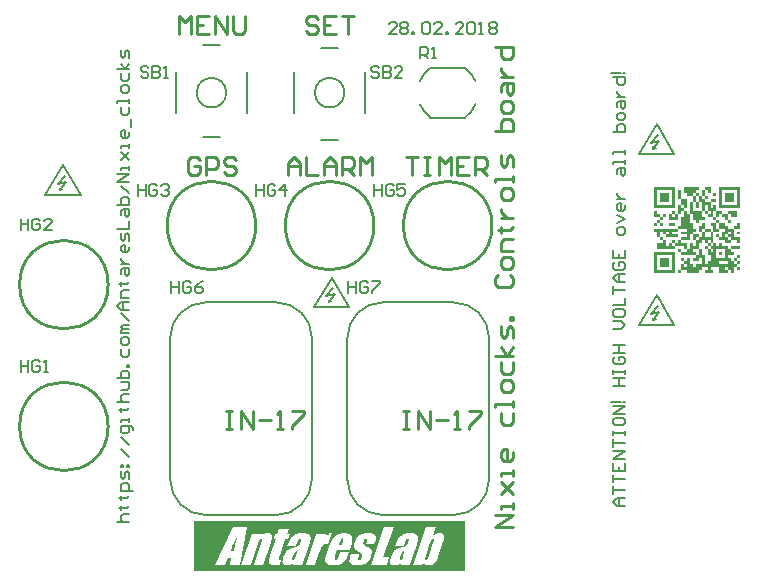
<source format=gto>
G04 Layer_Color=65535*
%FSAX43Y43*%
%MOMM*%
G71*
G01*
G75*
%ADD20C,0.254*%
%ADD21C,0.200*%
G36*
X-0009750Y0030000D02*
X-0010000D01*
Y0030250D01*
X-0009750D01*
Y0030000D01*
D02*
G37*
G36*
X-0009500Y0030250D02*
X-0009250D01*
Y0030000D01*
X-0009500D01*
Y0030250D01*
X-0009750D01*
Y0030500D01*
X-0009500D01*
Y0030250D01*
D02*
G37*
G36*
X-0004500D02*
X-0004000D01*
Y0030000D01*
X-0003750D01*
Y0029750D01*
X-0003250D01*
Y0029000D01*
X-0002750D01*
Y0028500D01*
X-0003000D01*
Y0028750D01*
X-0003500D01*
Y0029000D01*
X-0003750D01*
Y0029250D01*
X-0004000D01*
Y0029000D01*
X-0003750D01*
Y0028750D01*
X-0003500D01*
Y0028500D01*
X-0004000D01*
Y0028750D01*
X-0004500D01*
Y0029000D01*
X-0004750D01*
Y0029250D01*
X-0004500D01*
Y0029000D01*
X-0004250D01*
Y0029500D01*
X-0004000D01*
Y0029750D01*
X-0004500D01*
Y0029500D01*
X-0005000D01*
Y0030000D01*
X-0005250D01*
Y0030250D01*
X-0004750D01*
Y0029750D01*
X-0004500D01*
X-0004500Y0030250D01*
X-0004750D01*
Y0030500D01*
X-0004500D01*
Y0030250D01*
D02*
G37*
G36*
X-0002750Y0029750D02*
X-0003250D01*
Y0030000D01*
X-0003000D01*
Y0030250D01*
X-0002750D01*
Y0029750D01*
D02*
G37*
G36*
X-0006250Y0033000D02*
X-0006500D01*
Y0032750D01*
X-0006250D01*
Y0032500D01*
X-0006000D01*
Y0032250D01*
X-0005750D01*
Y0032000D01*
X-0005250D01*
Y0031500D01*
X-0005000D01*
Y0031750D01*
X-0004750D01*
Y0031250D01*
X-0004250D01*
Y0031000D01*
X-0003750D01*
Y0030500D01*
X-0003500D01*
Y0030250D01*
X-0003750D01*
Y0030500D01*
X-0004000D01*
Y0030750D01*
X-0004250D01*
Y0031000D01*
X-0004500D01*
Y0030750D01*
X-0004750D01*
Y0031250D01*
X-0005000D01*
Y0030750D01*
X-0004750D01*
Y0030500D01*
X-0005000D01*
Y0030750D01*
X-0005500D01*
Y0031000D01*
X-0005750D01*
Y0031250D01*
X-0006000D01*
X-0006000Y0032000D01*
X-0006250D01*
Y0032500D01*
X-0006500D01*
Y0032750D01*
X-0006750D01*
Y0032500D01*
X-0006500D01*
Y0032000D01*
X-0006250D01*
Y0031500D01*
X-0006500D01*
Y0032000D01*
X-0006750D01*
Y0032500D01*
X-0007250D01*
Y0032750D01*
X-0007500D01*
Y0033250D01*
X-0006250D01*
Y0033000D01*
D02*
G37*
G36*
X-0009750Y0031000D02*
X-0009500D01*
Y0030750D01*
X-0009250D01*
Y0030500D01*
X-0009500D01*
Y0030750D01*
X-0010000D01*
Y0031250D01*
X-0009750D01*
Y0031000D01*
D02*
G37*
G36*
X-0008250Y0030000D02*
X-0008750D01*
Y0030250D01*
X-0008250D01*
Y0030000D01*
D02*
G37*
G36*
X-0006750Y0031250D02*
X-0006000D01*
Y0030750D01*
X-0005750D01*
Y0030500D01*
X-0006250D01*
Y0030250D01*
X-0006500D01*
Y0030500D01*
X-0006750D01*
Y0031000D01*
X-0007000D01*
Y0032000D01*
X-0006750D01*
Y0031250D01*
D02*
G37*
G36*
X-0002750Y0027250D02*
X-0003000D01*
Y0027500D01*
X-0002750D01*
Y0027250D01*
D02*
G37*
G36*
X-0007750Y0026000D02*
X-0008000D01*
Y0026250D01*
X-0007750D01*
Y0026000D01*
D02*
G37*
G36*
X-0002750Y0026750D02*
X-0003000D01*
Y0027000D01*
X-0002750D01*
Y0026750D01*
D02*
G37*
G36*
X-0003000Y0027000D02*
X-0003250D01*
Y0027250D01*
X-0003000D01*
Y0027000D01*
D02*
G37*
G36*
X-0007750Y0031500D02*
X-0007500D01*
Y0031250D01*
X-0007250D01*
Y0031000D01*
X-0007000D01*
Y0030250D01*
X-0006750D01*
Y0029750D01*
X-0006500D01*
Y0029500D01*
X-0006750D01*
Y0029250D01*
X-0006250D01*
Y0029000D01*
X-0006000D01*
Y0029500D01*
X-0006250D01*
Y0030000D01*
X-0006000D01*
Y0030250D01*
X-0005750D01*
Y0029750D01*
X-0005250D01*
Y0029500D01*
X-0005000D01*
Y0028500D01*
X-0004750D01*
Y0028250D01*
X-0004500D01*
Y0028500D01*
X-0004250D01*
Y0028250D01*
X-0003750D01*
Y0028000D01*
X-0003500D01*
Y0027750D01*
X-0003250D01*
Y0027500D01*
X-0003750D01*
Y0027250D01*
X-0003500D01*
Y0027000D01*
X-0003250D01*
Y0026750D01*
X-0003000D01*
Y0026500D01*
X-0002750D01*
Y0026250D01*
X-0003000D01*
Y0026500D01*
X-0003250D01*
Y0026000D01*
X-0003500D01*
Y0026250D01*
X-0003750D01*
Y0026500D01*
X-0004000D01*
Y0026250D01*
X-0003750D01*
Y0026000D01*
X-0004500D01*
Y0026500D01*
X-0005250D01*
Y0026250D01*
X-0005000D01*
Y0026000D01*
X-0005750D01*
Y0026250D01*
X-0005500D01*
Y0026500D01*
X-0006000D01*
Y0026250D01*
X-0006250D01*
Y0026000D01*
X-0007250D01*
Y0026250D01*
X-0007750D01*
Y0026750D01*
X-0007500D01*
Y0026500D01*
X-0007250D01*
Y0026750D01*
X-0007500D01*
Y0027000D01*
X-0007750D01*
Y0027250D01*
X-0007500D01*
Y0027000D01*
X-0007250D01*
Y0027250D01*
X-0007000D01*
Y0026750D01*
X-0006750D01*
Y0026500D01*
X-0006500D01*
Y0026750D01*
X-0006000D01*
Y0027250D01*
X-0006250D01*
Y0027000D01*
X-0006750D01*
Y0027250D01*
X-0006500D01*
Y0027500D01*
X-0007750D01*
Y0027750D01*
X-0008000D01*
Y0028000D01*
X-0007750D01*
Y0027750D01*
X-0007250D01*
Y0028000D01*
X-0007500D01*
Y0028250D01*
X-0008250D01*
Y0028000D01*
X-0009750D01*
Y0028500D01*
X-0009250D01*
Y0028750D01*
X-0009500D01*
Y0029000D01*
X-0009750D01*
Y0029500D01*
X-0010000D01*
Y0029750D01*
X-0008000D01*
Y0029500D01*
X-0008500D01*
Y0029250D01*
X-0008000D01*
Y0029000D01*
X-0009000D01*
Y0029250D01*
X-0009250D01*
Y0029500D01*
X-0009500D01*
Y0029000D01*
X-0009250D01*
Y0028750D01*
X-0009000D01*
Y0028250D01*
X-0008750D01*
Y0028500D01*
X-0008500D01*
Y0028250D01*
X-0008250D01*
X-0008250Y0028500D01*
X-0008500D01*
Y0028750D01*
X-0008250D01*
Y0028500D01*
X-0008000D01*
Y0028750D01*
X-0007750D01*
Y0028500D01*
X-0007250D01*
Y0028000D01*
X-0007000D01*
Y0028500D01*
X-0006750D01*
Y0028250D01*
X-0006500D01*
Y0028750D01*
X-0006750D01*
Y0029250D01*
X-0007000D01*
Y0028750D01*
X-0007750D01*
Y0029000D01*
X-0007250D01*
Y0029250D01*
X-0007750D01*
Y0029500D01*
X-0007250D01*
Y0029750D01*
X-0008000D01*
Y0030000D01*
X-0007750D01*
Y0030750D01*
X-0007500D01*
Y0031250D01*
X-0007750D01*
Y0031000D01*
X-0008000D01*
Y0031750D01*
X-0007750D01*
Y0031500D01*
D02*
G37*
G36*
X-0002750Y0029250D02*
X-0003000D01*
Y0029500D01*
X-0002750D01*
Y0029250D01*
D02*
G37*
G36*
X-0008250Y0026000D02*
X-0010000D01*
Y0027500D01*
Y0027750D01*
X-0008250D01*
Y0026000D01*
D02*
G37*
G36*
X-0002750Y0028000D02*
X-0003500D01*
Y0028250D01*
X-0002750D01*
Y0028000D01*
D02*
G37*
G36*
X-0004750Y0032500D02*
X-0005000D01*
Y0032750D01*
X-0004750D01*
Y0032500D01*
D02*
G37*
G36*
X-0005250Y0032750D02*
X-0005500D01*
Y0033000D01*
X-0005750D01*
Y0033250D01*
X-0005250D01*
Y0032750D01*
D02*
G37*
G36*
X-0002750Y0031500D02*
X-0004500D01*
Y0033000D01*
Y0033250D01*
X-0002750D01*
Y0031500D01*
D02*
G37*
G36*
X-0004750Y0032000D02*
X-0005250D01*
Y0032250D01*
X-0004750D01*
Y0032000D01*
D02*
G37*
G36*
X-0026000Y0000750D02*
X-0049000D01*
Y0005000D01*
X-0026000D01*
Y0000750D01*
D02*
G37*
G36*
X-0005750Y0032500D02*
X-0005500D01*
Y0032250D01*
X-0005750D01*
Y0032500D01*
X-0006000D01*
Y0033000D01*
X-0005750D01*
Y0032500D01*
D02*
G37*
G36*
X-0007750Y0032250D02*
X-0007250D01*
Y0031500D01*
X-0007500D01*
Y0031750D01*
X-0007750D01*
Y0032250D01*
X-0008000D01*
Y0033000D01*
X-0007750D01*
Y0032250D01*
D02*
G37*
G36*
X-0003000Y0030750D02*
X-0003500D01*
Y0031000D01*
X-0003750D01*
Y0031250D01*
X-0003000D01*
Y0030750D01*
D02*
G37*
G36*
X-0008000Y0030500D02*
X-0008750D01*
Y0031000D01*
X-0008500D01*
Y0030750D01*
X-0008250D01*
Y0031000D01*
X-0008000D01*
Y0030500D01*
D02*
G37*
G36*
X-0009000Y0030750D02*
X-0009250D01*
Y0031000D01*
X-0009000D01*
Y0030750D01*
D02*
G37*
G36*
X-0008250Y0031500D02*
X-0010000D01*
Y0033000D01*
Y0033250D01*
X-0008250D01*
Y0031500D01*
D02*
G37*
G36*
X-0008250Y0031000D02*
X-0008500D01*
Y0031250D01*
X-0008250D01*
Y0031000D01*
D02*
G37*
%LPC*%
G36*
X-0003500Y0029500D02*
X-0003750D01*
Y0029250D01*
X-0003500D01*
Y0029500D01*
D02*
G37*
G36*
X-0005500Y0031750D02*
X-0005750D01*
Y0031250D01*
X-0005500D01*
Y0031000D01*
X-0005250D01*
Y0031250D01*
X-0005500D01*
Y0031750D01*
D02*
G37*
G36*
X-0005750Y0029750D02*
X-0006000D01*
Y0029500D01*
X-0005750D01*
Y0029000D01*
X-0005250D01*
Y0029500D01*
X-0005750D01*
Y0029750D01*
D02*
G37*
G36*
X-0008750Y0029500D02*
X-0009000D01*
Y0029250D01*
X-0008750D01*
Y0029500D01*
D02*
G37*
G36*
X-0006250Y0029000D02*
X-0006500D01*
Y0028750D01*
X-0006250D01*
Y0029000D01*
D02*
G37*
G36*
X-0004000Y0028000D02*
X-0004750D01*
Y0027250D01*
X-0004500D01*
Y0027000D01*
Y0026750D01*
X-0003750D01*
Y0027000D01*
X-0004500D01*
Y0027250D01*
X-0004000D01*
Y0028000D01*
D02*
G37*
G36*
X-0006250D02*
X-0006750D01*
Y0027750D01*
X-0006500D01*
Y0027500D01*
X-0006250D01*
Y0028000D01*
D02*
G37*
G36*
X-0005250Y0028750D02*
X-0005500D01*
Y0028500D01*
X-0005250D01*
Y0028250D01*
X-0005000D01*
Y0028500D01*
X-0005250D01*
Y0028750D01*
D02*
G37*
G36*
X-0005750D02*
X-0006000D01*
Y0028500D01*
X-0006250D01*
Y0028000D01*
X-0006000D01*
Y0027500D01*
X-0005750D01*
Y0026750D01*
X-0005500D01*
Y0027000D01*
X-0005250D01*
Y0027500D01*
X-0005500D01*
Y0028000D01*
X-0005750D01*
Y0028250D01*
X-0005500D01*
Y0028000D01*
X-0005250D01*
Y0027750D01*
X-0005000D01*
Y0028000D01*
X-0005250D01*
Y0028250D01*
X-0005500D01*
Y0028500D01*
X-0005750D01*
Y0028750D01*
D02*
G37*
%LPD*%
G36*
X-0004250Y0027500D02*
X-0004500D01*
Y0027750D01*
X-0004250D01*
Y0027500D01*
D02*
G37*
%LPC*%
G36*
X-0008500Y0027500D02*
X-0009750D01*
Y0026250D01*
X-0008500D01*
Y0027500D01*
D02*
G37*
%LPD*%
G36*
X-0008750Y0026500D02*
X-0009500D01*
Y0027250D01*
X-0008750D01*
Y0026500D01*
D02*
G37*
%LPC*%
G36*
X-0003000Y0033000D02*
X-0004250D01*
Y0031750D01*
X-0003000D01*
Y0033000D01*
D02*
G37*
%LPD*%
G36*
X-0003250Y0032000D02*
X-0004000D01*
Y0032750D01*
X-0003250D01*
Y0032000D01*
D02*
G37*
%LPC*%
G36*
X-0036218Y0003981D02*
X-0036274D01*
X-0036375Y0003976D01*
X-0036473Y0003963D01*
X-0036561Y0003944D01*
X-0036639Y0003926D01*
X-0036709Y0003907D01*
X-0036760Y0003889D01*
X-0036778Y0003879D01*
X-0036792Y0003875D01*
X-0036797Y0003870D01*
X-0036801D01*
X-0036889Y0003828D01*
X-0036972Y0003777D01*
X-0037042Y0003727D01*
X-0037102Y0003676D01*
X-0037148Y0003629D01*
X-0037185Y0003592D01*
X-0037204Y0003569D01*
X-0037213Y0003565D01*
Y0003560D01*
X-0037273Y0003481D01*
X-0037324Y0003389D01*
X-0037375Y0003301D01*
X-0037417Y0003213D01*
X-0037449Y0003134D01*
X-0037463Y0003102D01*
X-0037472Y0003069D01*
X-0037481Y0003046D01*
X-0037491Y0003028D01*
X-0037495Y0003018D01*
Y0003014D01*
X-0037759Y0002241D01*
X-0037792Y0002135D01*
X-0037819Y0002047D01*
X-0037838Y0001968D01*
X-0037852Y0001903D01*
X-0037861Y0001852D01*
X-0037866Y0001815D01*
X-0037870Y0001797D01*
Y0001787D01*
Y0001732D01*
X-0037866Y0001681D01*
X-0037856Y0001630D01*
X-0037847Y0001588D01*
X-0037833Y0001556D01*
X-0037824Y0001528D01*
X-0037819Y0001510D01*
X-0037815Y0001505D01*
X-0037787Y0001459D01*
X-0037750Y0001417D01*
X-0037713Y0001385D01*
X-0037671Y0001357D01*
X-0037634Y0001334D01*
X-0037606Y0001315D01*
X-0037588Y0001306D01*
X-0037579Y0001302D01*
X-0037509Y0001278D01*
X-0037440Y0001260D01*
X-0037370Y0001251D01*
X-0037301Y0001241D01*
X-0037241Y0001237D01*
X-0037195Y0001232D01*
X-0037153D01*
X-0037056Y0001237D01*
X-0036968Y0001246D01*
X-0036889Y0001255D01*
X-0036824Y0001269D01*
X-0036769Y0001283D01*
X-0036727Y0001297D01*
X-0036699Y0001302D01*
X-0036690Y0001306D01*
X-0036616Y0001339D01*
X-0036547Y0001371D01*
X-0036486Y0001408D01*
X-0036431Y0001445D01*
X-0036385Y0001477D01*
X-0036352Y0001505D01*
X-0036334Y0001524D01*
X-0036325Y0001528D01*
X-0036264Y0001584D01*
X-0036218Y0001635D01*
X-0036176Y0001686D01*
X-0036139Y0001727D01*
X-0036116Y0001760D01*
X-0036098Y0001787D01*
X-0036089Y0001806D01*
X-0036084Y0001811D01*
X-0036056Y0001866D01*
X-0036024Y0001926D01*
X-0035996Y0001991D01*
X-0035973Y0002051D01*
X-0035954Y0002107D01*
X-0035936Y0002148D01*
X-0035931Y0002167D01*
X-0035927Y0002181D01*
X-0035922Y0002185D01*
Y0002190D01*
X-0035857Y0002389D01*
X-0036625D01*
X-0036746Y0002037D01*
X-0036769Y0001968D01*
X-0036792Y0001912D01*
X-0036810Y0001866D01*
X-0036829Y0001829D01*
X-0036843Y0001801D01*
X-0036857Y0001783D01*
X-0036861Y0001774D01*
X-0036866Y0001769D01*
X-0036884Y0001746D01*
X-0036908Y0001732D01*
X-0036959Y0001713D01*
X-0036977Y0001709D01*
X-0036996Y0001704D01*
X-0037009D01*
X-0037033Y0001709D01*
X-0037051Y0001713D01*
X-0037074Y0001732D01*
X-0037083Y0001746D01*
X-0037088Y0001755D01*
Y0001778D01*
X-0037083Y0001811D01*
X-0037074Y0001852D01*
X-0037065Y0001889D01*
X-0037051Y0001926D01*
X-0037042Y0001959D01*
X-0037037Y0001977D01*
X-0037033Y0001986D01*
X-0036838Y0002560D01*
X-0035797D01*
X-0035681Y0002912D01*
X-0035640Y0003046D01*
X-0035607Y0003167D01*
X-0035584Y0003268D01*
X-0035575Y0003356D01*
X-0035566Y0003421D01*
Y0003449D01*
Y0003472D01*
Y0003486D01*
Y0003500D01*
Y0003504D01*
Y0003509D01*
X-0035579Y0003583D01*
X-0035603Y0003652D01*
X-0035635Y0003713D01*
X-0035667Y0003759D01*
X-0035700Y0003801D01*
X-0035732Y0003828D01*
X-0035751Y0003847D01*
X-0035760Y0003851D01*
X-0035834Y0003893D01*
X-0035913Y0003926D01*
X-0036001Y0003949D01*
X-0036084Y0003967D01*
X-0036158Y0003976D01*
X-0036190D01*
X-0036218Y0003981D01*
D02*
G37*
G36*
X-0042716D02*
X-0042748D01*
X-0042808Y0003976D01*
X-0042868Y0003967D01*
X-0042924Y0003958D01*
X-0042970Y0003944D01*
X-0043012Y0003926D01*
X-0043040Y0003916D01*
X-0043058Y0003907D01*
X-0043067Y0003902D01*
X-0043123Y0003870D01*
X-0043178Y0003838D01*
X-0043225Y0003801D01*
X-0043271Y0003764D01*
X-0043308Y0003731D01*
X-0043336Y0003703D01*
X-0043354Y0003685D01*
X-0043359Y0003680D01*
X-0043262Y0003930D01*
X-0044085D01*
X-0044983Y0001278D01*
X-0044173D01*
X-0043567Y0003069D01*
X-0043549Y0003125D01*
X-0043530Y0003171D01*
X-0043516Y0003217D01*
X-0043502Y0003254D01*
X-0043475Y0003319D01*
X-0043456Y0003366D01*
X-0043438Y0003403D01*
X-0043428Y0003426D01*
X-0043419Y0003435D01*
Y0003440D01*
X-0043401Y0003463D01*
X-0043377Y0003481D01*
X-0043359Y0003491D01*
X-0043336Y0003500D01*
X-0043317Y0003504D01*
X-0043303Y0003509D01*
X-0043289D01*
X-0043262Y0003504D01*
X-0043243Y0003500D01*
X-0043229Y0003491D01*
X-0043220Y0003481D01*
X-0043211Y0003458D01*
Y0003453D01*
Y0003449D01*
Y0003435D01*
X-0043215Y0003416D01*
X-0043225Y0003370D01*
X-0043243Y0003315D01*
X-0043257Y0003259D01*
X-0043276Y0003204D01*
X-0043294Y0003157D01*
X-0043299Y0003139D01*
X-0043303Y0003125D01*
X-0043308Y0003116D01*
Y0003111D01*
X-0043928Y0001278D01*
X-0043118D01*
X-0042489Y0003139D01*
X-0042466Y0003204D01*
X-0042447Y0003259D01*
X-0042419Y0003361D01*
X-0042396Y0003449D01*
X-0042378Y0003518D01*
X-0042369Y0003569D01*
X-0042364Y0003606D01*
X-0042359Y0003629D01*
Y0003634D01*
Y0003685D01*
X-0042369Y0003736D01*
X-0042378Y0003777D01*
X-0042396Y0003814D01*
X-0042410Y0003842D01*
X-0042429Y0003861D01*
X-0042438Y0003875D01*
X-0042443Y0003879D01*
X-0042484Y0003912D01*
X-0042531Y0003939D01*
X-0042581Y0003958D01*
X-0042632Y0003967D01*
X-0042679Y0003976D01*
X-0042716Y0003981D01*
D02*
G37*
G36*
X-0039735D02*
X-0039800D01*
X-0039925Y0003976D01*
X-0040036Y0003963D01*
X-0040143Y0003939D01*
X-0040230Y0003916D01*
X-0040300Y0003893D01*
X-0040332Y0003884D01*
X-0040355Y0003870D01*
X-0040374Y0003865D01*
X-0040388Y0003856D01*
X-0040397Y0003851D01*
X-0040402D01*
X-0040490Y0003801D01*
X-0040568Y0003750D01*
X-0040633Y0003699D01*
X-0040689Y0003657D01*
X-0040730Y0003615D01*
X-0040763Y0003583D01*
X-0040781Y0003565D01*
X-0040786Y0003555D01*
X-0040832Y0003486D01*
X-0040874Y0003412D01*
X-0040915Y0003333D01*
X-0040948Y0003254D01*
X-0040976Y0003185D01*
X-0040999Y0003130D01*
X-0041008Y0003106D01*
X-0041013Y0003093D01*
X-0041017Y0003083D01*
Y0003079D01*
X-0041077Y0002903D01*
X-0040318D01*
X-0040226Y0003180D01*
X-0040198Y0003254D01*
X-0040175Y0003319D01*
X-0040156Y0003366D01*
X-0040138Y0003403D01*
X-0040124Y0003426D01*
X-0040115Y0003444D01*
X-0040110Y0003449D01*
Y0003453D01*
X-0040096Y0003472D01*
X-0040078Y0003486D01*
X-0040036Y0003504D01*
X-0040018D01*
X-0040004Y0003509D01*
X-0039990D01*
X-0039967Y0003504D01*
X-0039948Y0003500D01*
X-0039925Y0003477D01*
X-0039916Y0003453D01*
X-0039911Y0003449D01*
Y0003444D01*
Y0003412D01*
X-0039916Y0003375D01*
X-0039925Y0003329D01*
X-0039939Y0003282D01*
X-0039948Y0003241D01*
X-0039962Y0003204D01*
X-0039967Y0003180D01*
X-0039971Y0003176D01*
Y0003171D01*
X-0039990Y0003116D01*
X-0040008Y0003065D01*
X-0040027Y0003028D01*
X-0040041Y0003000D01*
X-0040055Y0002977D01*
X-0040064Y0002958D01*
X-0040073Y0002954D01*
Y0002949D01*
X-0040087Y0002940D01*
X-0040105Y0002926D01*
X-0040138Y0002912D01*
X-0040170Y0002894D01*
X-0040254Y0002861D01*
X-0040342Y0002824D01*
X-0040425Y0002792D01*
X-0040466Y0002778D01*
X-0040499Y0002769D01*
X-0040531Y0002755D01*
X-0040554Y0002750D01*
X-0040568Y0002741D01*
X-0040573D01*
X-0040647Y0002713D01*
X-0040716Y0002690D01*
X-0040781Y0002667D01*
X-0040837Y0002644D01*
X-0040888Y0002620D01*
X-0040934Y0002597D01*
X-0040971Y0002579D01*
X-0041008Y0002560D01*
X-0041036Y0002546D01*
X-0041059Y0002533D01*
X-0041096Y0002509D01*
X-0041119Y0002496D01*
X-0041124Y0002491D01*
X-0041170Y0002445D01*
X-0041216Y0002384D01*
X-0041253Y0002315D01*
X-0041286Y0002250D01*
X-0041318Y0002185D01*
X-0041337Y0002135D01*
X-0041346Y0002116D01*
X-0041350Y0002102D01*
X-0041355Y0002093D01*
Y0002088D01*
X-0041429Y0001871D01*
X-0041452Y0001797D01*
X-0041466Y0001732D01*
X-0041480Y0001672D01*
X-0041485Y0001621D01*
X-0041489Y0001570D01*
Y0001528D01*
X-0041485Y0001491D01*
X-0041480Y0001459D01*
X-0041471Y0001431D01*
X-0041466Y0001408D01*
X-0041448Y0001371D01*
X-0041434Y0001352D01*
X-0041429Y0001348D01*
X-0041374Y0001311D01*
X-0041318Y0001283D01*
X-0041258Y0001260D01*
X-0041202Y0001246D01*
X-0041156Y0001237D01*
X-0041114Y0001232D01*
X-0041082D01*
X-0041022Y0001237D01*
X-0040962Y0001241D01*
X-0040911Y0001255D01*
X-0040864Y0001269D01*
X-0040827Y0001278D01*
X-0040800Y0001292D01*
X-0040781Y0001297D01*
X-0040777Y0001302D01*
X-0040726Y0001329D01*
X-0040675Y0001366D01*
X-0040628Y0001399D01*
X-0040591Y0001436D01*
X-0040559Y0001464D01*
X-0040536Y0001491D01*
X-0040517Y0001510D01*
X-0040513Y0001514D01*
X-0040591Y0001278D01*
X-0039805D01*
X-0039356Y0002607D01*
X-0039314Y0002727D01*
X-0039282Y0002833D01*
X-0039249Y0002931D01*
X-0039222Y0003023D01*
X-0039194Y0003102D01*
X-0039175Y0003171D01*
X-0039157Y0003236D01*
X-0039143Y0003292D01*
X-0039134Y0003338D01*
X-0039120Y0003375D01*
X-0039115Y0003407D01*
X-0039111Y0003435D01*
X-0039106Y0003453D01*
X-0039101Y0003467D01*
Y0003472D01*
Y0003477D01*
X-0039097Y0003555D01*
X-0039106Y0003620D01*
X-0039129Y0003685D01*
X-0039152Y0003736D01*
X-0039180Y0003777D01*
X-0039208Y0003805D01*
X-0039222Y0003828D01*
X-0039231Y0003833D01*
X-0039263Y0003861D01*
X-0039300Y0003884D01*
X-0039388Y0003921D01*
X-0039481Y0003944D01*
X-0039573Y0003963D01*
X-0039661Y0003972D01*
X-0039698Y0003976D01*
X-0039735Y0003981D01*
D02*
G37*
G36*
X-0032076Y0004518D02*
X-0032918D01*
X-0034015Y0001278D01*
X-0032659D01*
X-0032442Y0001926D01*
X-0032955D01*
X-0032076Y0004518D01*
D02*
G37*
G36*
X-0040966Y0004286D02*
X-0041776D01*
X-0041915Y0003870D01*
X-0042091D01*
X-0042234Y0003449D01*
X-0042058D01*
X-0042517Y0002098D01*
X-0042540Y0002028D01*
X-0042563Y0001963D01*
X-0042581Y0001903D01*
X-0042595Y0001852D01*
X-0042609Y0001806D01*
X-0042623Y0001764D01*
X-0042632Y0001727D01*
X-0042642Y0001700D01*
X-0042651Y0001649D01*
X-0042660Y0001616D01*
X-0042665Y0001598D01*
Y0001593D01*
Y0001556D01*
Y0001519D01*
X-0042655Y0001487D01*
X-0042646Y0001459D01*
X-0042637Y0001436D01*
X-0042628Y0001417D01*
X-0042623Y0001408D01*
X-0042618Y0001403D01*
X-0042595Y0001376D01*
X-0042568Y0001352D01*
X-0042540Y0001334D01*
X-0042512Y0001320D01*
X-0042484Y0001311D01*
X-0042466Y0001302D01*
X-0042452Y0001297D01*
X-0042447D01*
X-0042401Y0001292D01*
X-0042341Y0001288D01*
X-0042276Y0001283D01*
X-0042211D01*
X-0042156Y0001278D01*
X-0041735D01*
X-0041591Y0001704D01*
X-0041656D01*
X-0041707Y0001709D01*
X-0041748Y0001713D01*
X-0041776Y0001718D01*
X-0041790Y0001723D01*
X-0041804Y0001727D01*
X-0041809Y0001732D01*
Y0001741D01*
Y0001750D01*
X-0041804Y0001787D01*
X-0041790Y0001838D01*
X-0041776Y0001889D01*
X-0041762Y0001940D01*
X-0041748Y0001982D01*
X-0041744Y0002000D01*
X-0041739Y0002014D01*
X-0041735Y0002019D01*
Y0002023D01*
X-0041249Y0003449D01*
X-0041031D01*
X-0040888Y0003870D01*
X-0041105D01*
X-0040966Y0004286D01*
D02*
G37*
G36*
X-0044488Y0004518D02*
X-0045701D01*
X-0047228Y0001278D01*
X-0046362D01*
X-0046117Y0001861D01*
X-0045807D01*
X-0045960Y0001278D01*
X-0045104D01*
X-0044488Y0004518D01*
D02*
G37*
G36*
X-0034233Y0003981D02*
X-0034274D01*
X-0034372Y0003976D01*
X-0034464Y0003967D01*
X-0034552Y0003953D01*
X-0034626Y0003939D01*
X-0034686Y0003926D01*
X-0034733Y0003912D01*
X-0034751Y0003907D01*
X-0034765Y0003902D01*
X-0034770Y0003898D01*
X-0034774D01*
X-0034853Y0003865D01*
X-0034927Y0003824D01*
X-0034987Y0003787D01*
X-0035038Y0003750D01*
X-0035080Y0003713D01*
X-0035112Y0003685D01*
X-0035131Y0003666D01*
X-0035135Y0003662D01*
X-0035186Y0003602D01*
X-0035228Y0003528D01*
X-0035269Y0003449D01*
X-0035306Y0003375D01*
X-0035339Y0003305D01*
X-0035362Y0003245D01*
X-0035371Y0003227D01*
X-0035376Y0003208D01*
X-0035380Y0003199D01*
Y0003194D01*
X-0035404Y0003116D01*
X-0035417Y0003042D01*
X-0035427Y0002977D01*
X-0035431Y0002921D01*
X-0035436Y0002875D01*
X-0035431Y0002838D01*
Y0002819D01*
Y0002810D01*
X-0035422Y0002778D01*
X-0035413Y0002750D01*
X-0035371Y0002685D01*
X-0035325Y0002625D01*
X-0035269Y0002565D01*
X-0035214Y0002519D01*
X-0035168Y0002477D01*
X-0035149Y0002463D01*
X-0035135Y0002454D01*
X-0035126Y0002449D01*
X-0035121Y0002445D01*
X-0035061Y0002403D01*
X-0035006Y0002366D01*
X-0034959Y0002334D01*
X-0034918Y0002301D01*
X-0034881Y0002278D01*
X-0034848Y0002255D01*
X-0034825Y0002232D01*
X-0034802Y0002218D01*
X-0034774Y0002190D01*
X-0034756Y0002176D01*
X-0034746Y0002167D01*
Y0002162D01*
X-0034742Y0002139D01*
Y0002107D01*
X-0034746Y0002070D01*
X-0034756Y0002028D01*
X-0034765Y0001991D01*
X-0034774Y0001959D01*
X-0034779Y0001936D01*
X-0034783Y0001926D01*
X-0034802Y0001880D01*
X-0034816Y0001838D01*
X-0034834Y0001811D01*
X-0034848Y0001783D01*
X-0034862Y0001764D01*
X-0034871Y0001755D01*
X-0034876Y0001746D01*
X-0034881D01*
X-0034922Y0001723D01*
X-0034964Y0001709D01*
X-0034982D01*
X-0034996Y0001704D01*
X-0035010D01*
X-0035038Y0001709D01*
X-0035061Y0001713D01*
X-0035075Y0001723D01*
X-0035084Y0001737D01*
X-0035098Y0001755D01*
Y0001760D01*
Y0001764D01*
Y0001797D01*
X-0035089Y0001834D01*
X-0035080Y0001880D01*
X-0035066Y0001926D01*
X-0035052Y0001973D01*
X-0035038Y0002010D01*
X-0035033Y0002033D01*
X-0035029Y0002042D01*
X-0034973Y0002213D01*
X-0035690D01*
X-0035732Y0002084D01*
X-0035769Y0001968D01*
X-0035792Y0001866D01*
X-0035811Y0001778D01*
X-0035820Y0001709D01*
X-0035825Y0001653D01*
Y0001616D01*
X-0035820Y0001593D01*
Y0001584D01*
X-0035802Y0001528D01*
X-0035774Y0001477D01*
X-0035741Y0001431D01*
X-0035704Y0001394D01*
X-0035667Y0001366D01*
X-0035635Y0001343D01*
X-0035616Y0001329D01*
X-0035607Y0001325D01*
X-0035533Y0001292D01*
X-0035450Y0001269D01*
X-0035371Y0001255D01*
X-0035288Y0001246D01*
X-0035218Y0001237D01*
X-0035191D01*
X-0035163Y0001232D01*
X-0035112D01*
X-0035010Y0001237D01*
X-0034918Y0001246D01*
X-0034830Y0001260D01*
X-0034756Y0001278D01*
X-0034696Y0001292D01*
X-0034649Y0001306D01*
X-0034631Y0001311D01*
X-0034617Y0001315D01*
X-0034612Y0001320D01*
X-0034608D01*
X-0034529Y0001357D01*
X-0034455Y0001394D01*
X-0034390Y0001436D01*
X-0034339Y0001477D01*
X-0034298Y0001514D01*
X-0034265Y0001542D01*
X-0034247Y0001561D01*
X-0034242Y0001570D01*
X-0034191Y0001639D01*
X-0034145Y0001718D01*
X-0034103Y0001797D01*
X-0034066Y0001880D01*
X-0034034Y0001949D01*
X-0034020Y0001982D01*
X-0034011Y0002010D01*
X-0034001Y0002028D01*
X-0033997Y0002047D01*
X-0033992Y0002056D01*
Y0002060D01*
X-0033964Y0002162D01*
X-0033946Y0002250D01*
X-0033937Y0002329D01*
Y0002389D01*
Y0002440D01*
X-0033941Y0002472D01*
X-0033946Y0002496D01*
X-0033950Y0002500D01*
X-0033964Y0002528D01*
X-0033983Y0002560D01*
X-0034029Y0002616D01*
X-0034089Y0002671D01*
X-0034149Y0002718D01*
X-0034205Y0002764D01*
X-0034256Y0002796D01*
X-0034274Y0002806D01*
X-0034288Y0002815D01*
X-0034298Y0002824D01*
X-0034302D01*
X-0034376Y0002870D01*
X-0034441Y0002912D01*
X-0034492Y0002944D01*
X-0034529Y0002972D01*
X-0034557Y0002995D01*
X-0034575Y0003009D01*
X-0034584Y0003018D01*
X-0034589Y0003023D01*
X-0034608Y0003046D01*
X-0034621Y0003074D01*
X-0034640Y0003111D01*
X-0034649Y0003139D01*
Y0003143D01*
Y0003148D01*
X-0034645Y0003171D01*
X-0034640Y0003199D01*
X-0034626Y0003259D01*
X-0034617Y0003287D01*
X-0034608Y0003310D01*
X-0034603Y0003324D01*
Y0003329D01*
X-0034575Y0003389D01*
X-0034552Y0003430D01*
X-0034534Y0003453D01*
X-0034524Y0003463D01*
X-0034483Y0003491D01*
X-0034446Y0003504D01*
X-0034413Y0003509D01*
X-0034376D01*
X-0034353Y0003500D01*
X-0034339Y0003495D01*
X-0034330Y0003486D01*
X-0034316Y0003467D01*
Y0003463D01*
Y0003458D01*
Y0003435D01*
X-0034321Y0003403D01*
X-0034330Y0003361D01*
X-0034344Y0003324D01*
X-0034353Y0003287D01*
X-0034362Y0003254D01*
X-0034367Y0003236D01*
X-0034372Y0003227D01*
X-0034422Y0003083D01*
X-0033705D01*
X-0033654Y0003236D01*
X-0033631Y0003305D01*
X-0033613Y0003366D01*
X-0033599Y0003416D01*
X-0033589Y0003458D01*
X-0033580Y0003486D01*
Y0003509D01*
X-0033576Y0003523D01*
Y0003528D01*
Y0003565D01*
Y0003602D01*
X-0033594Y0003666D01*
X-0033608Y0003694D01*
X-0033617Y0003713D01*
X-0033622Y0003727D01*
X-0033626Y0003731D01*
X-0033654Y0003773D01*
X-0033687Y0003805D01*
X-0033724Y0003838D01*
X-0033761Y0003865D01*
X-0033793Y0003884D01*
X-0033821Y0003898D01*
X-0033839Y0003907D01*
X-0033849Y0003912D01*
X-0033913Y0003935D01*
X-0033983Y0003953D01*
X-0034052Y0003963D01*
X-0034122Y0003972D01*
X-0034182Y0003976D01*
X-0034233Y0003981D01*
D02*
G37*
G36*
X-0037324D02*
X-0037389Y0003972D01*
X-0037449Y0003958D01*
X-0037509Y0003935D01*
X-0037569Y0003907D01*
X-0037676Y0003842D01*
X-0037773Y0003773D01*
X-0037815Y0003736D01*
X-0037852Y0003699D01*
X-0037889Y0003666D01*
X-0037917Y0003639D01*
X-0037935Y0003615D01*
X-0037954Y0003597D01*
X-0037963Y0003583D01*
X-0037967Y0003578D01*
X-0037824Y0003930D01*
X-0038629D01*
X-0039527Y0001278D01*
X-0038717D01*
X-0038365Y0002324D01*
X-0038342Y0002394D01*
X-0038319Y0002454D01*
X-0038296Y0002514D01*
X-0038277Y0002565D01*
X-0038259Y0002607D01*
X-0038245Y0002648D01*
X-0038231Y0002685D01*
X-0038217Y0002713D01*
X-0038199Y0002759D01*
X-0038180Y0002792D01*
X-0038176Y0002810D01*
X-0038171Y0002815D01*
X-0038148Y0002856D01*
X-0038116Y0002889D01*
X-0038088Y0002917D01*
X-0038060Y0002944D01*
X-0038032Y0002963D01*
X-0038009Y0002977D01*
X-0037995Y0002981D01*
X-0037991Y0002986D01*
X-0037940Y0003005D01*
X-0037884Y0003023D01*
X-0037824Y0003032D01*
X-0037768Y0003037D01*
X-0037722Y0003042D01*
X-0037680Y0003046D01*
X-0037643D01*
X-0037324Y0003981D01*
D02*
G37*
G36*
X-0030623D02*
X-0030688D01*
X-0030813Y0003976D01*
X-0030924Y0003963D01*
X-0031030Y0003939D01*
X-0031118Y0003916D01*
X-0031188Y0003893D01*
X-0031220Y0003884D01*
X-0031243Y0003870D01*
X-0031262Y0003865D01*
X-0031275Y0003856D01*
X-0031285Y0003851D01*
X-0031289D01*
X-0031377Y0003801D01*
X-0031456Y0003750D01*
X-0031521Y0003699D01*
X-0031576Y0003657D01*
X-0031618Y0003615D01*
X-0031650Y0003583D01*
X-0031669Y0003565D01*
X-0031674Y0003555D01*
X-0031720Y0003486D01*
X-0031761Y0003412D01*
X-0031803Y0003333D01*
X-0031835Y0003254D01*
X-0031863Y0003185D01*
X-0031886Y0003130D01*
X-0031896Y0003106D01*
X-0031900Y0003093D01*
X-0031905Y0003083D01*
Y0003079D01*
X-0031965Y0002903D01*
X-0031206D01*
X-0031114Y0003180D01*
X-0031086Y0003254D01*
X-0031063Y0003319D01*
X-0031044Y0003366D01*
X-0031026Y0003403D01*
X-0031012Y0003426D01*
X-0031002Y0003444D01*
X-0030998Y0003449D01*
Y0003453D01*
X-0030984Y0003472D01*
X-0030965Y0003486D01*
X-0030924Y0003504D01*
X-0030905D01*
X-0030891Y0003509D01*
X-0030878D01*
X-0030854Y0003504D01*
X-0030836Y0003500D01*
X-0030813Y0003477D01*
X-0030803Y0003453D01*
X-0030799Y0003449D01*
Y0003444D01*
Y0003412D01*
X-0030803Y0003375D01*
X-0030813Y0003329D01*
X-0030827Y0003282D01*
X-0030836Y0003241D01*
X-0030850Y0003204D01*
X-0030854Y0003180D01*
X-0030859Y0003176D01*
Y0003171D01*
X-0030878Y0003116D01*
X-0030896Y0003065D01*
X-0030915Y0003028D01*
X-0030928Y0003000D01*
X-0030942Y0002977D01*
X-0030952Y0002958D01*
X-0030961Y0002954D01*
Y0002949D01*
X-0030975Y0002940D01*
X-0030993Y0002926D01*
X-0031026Y0002912D01*
X-0031058Y0002894D01*
X-0031141Y0002861D01*
X-0031229Y0002824D01*
X-0031313Y0002792D01*
X-0031354Y0002778D01*
X-0031387Y0002769D01*
X-0031419Y0002755D01*
X-0031442Y0002750D01*
X-0031456Y0002741D01*
X-0031461D01*
X-0031535Y0002713D01*
X-0031604Y0002690D01*
X-0031669Y0002667D01*
X-0031724Y0002644D01*
X-0031775Y0002620D01*
X-0031822Y0002597D01*
X-0031859Y0002579D01*
X-0031896Y0002560D01*
X-0031923Y0002546D01*
X-0031947Y0002533D01*
X-0031984Y0002509D01*
X-0032007Y0002496D01*
X-0032011Y0002491D01*
X-0032058Y0002445D01*
X-0032104Y0002384D01*
X-0032141Y0002315D01*
X-0032173Y0002250D01*
X-0032206Y0002185D01*
X-0032224Y0002135D01*
X-0032233Y0002116D01*
X-0032238Y0002102D01*
X-0032243Y0002093D01*
Y0002088D01*
X-0032317Y0001871D01*
X-0032340Y0001797D01*
X-0032354Y0001732D01*
X-0032368Y0001672D01*
X-0032372Y0001621D01*
X-0032377Y0001570D01*
Y0001528D01*
X-0032372Y0001491D01*
X-0032368Y0001459D01*
X-0032358Y0001431D01*
X-0032354Y0001408D01*
X-0032335Y0001371D01*
X-0032321Y0001352D01*
X-0032317Y0001348D01*
X-0032261Y0001311D01*
X-0032206Y0001283D01*
X-0032146Y0001260D01*
X-0032090Y0001246D01*
X-0032044Y0001237D01*
X-0032002Y0001232D01*
X-0031970D01*
X-0031910Y0001237D01*
X-0031849Y0001241D01*
X-0031798Y0001255D01*
X-0031752Y0001269D01*
X-0031715Y0001278D01*
X-0031687Y0001292D01*
X-0031669Y0001297D01*
X-0031664Y0001302D01*
X-0031613Y0001329D01*
X-0031562Y0001366D01*
X-0031516Y0001399D01*
X-0031479Y0001436D01*
X-0031447Y0001464D01*
X-0031424Y0001491D01*
X-0031405Y0001510D01*
X-0031400Y0001514D01*
X-0031479Y0001278D01*
X-0030692D01*
X-0030243Y0002607D01*
X-0030202Y0002727D01*
X-0030169Y0002833D01*
X-0030137Y0002931D01*
X-0030109Y0003023D01*
X-0030082Y0003102D01*
X-0030063Y0003171D01*
X-0030044Y0003236D01*
X-0030031Y0003292D01*
X-0030021Y0003338D01*
X-0030007Y0003375D01*
X-0030003Y0003407D01*
X-0029998Y0003435D01*
X-0029994Y0003453D01*
X-0029989Y0003467D01*
Y0003472D01*
Y0003477D01*
X-0029984Y0003555D01*
X-0029994Y0003620D01*
X-0030017Y0003685D01*
X-0030040Y0003736D01*
X-0030068Y0003777D01*
X-0030095Y0003805D01*
X-0030109Y0003828D01*
X-0030119Y0003833D01*
X-0030151Y0003861D01*
X-0030188Y0003884D01*
X-0030276Y0003921D01*
X-0030368Y0003944D01*
X-0030461Y0003963D01*
X-0030549Y0003972D01*
X-0030586Y0003976D01*
X-0030623Y0003981D01*
D02*
G37*
G36*
X-0028508Y0004518D02*
X-0029318D01*
X-0030415Y0001278D01*
X-0029656D01*
X-0029535Y0001477D01*
X-0029512Y0001436D01*
X-0029485Y0001394D01*
X-0029457Y0001366D01*
X-0029434Y0001339D01*
X-0029410Y0001320D01*
X-0029392Y0001302D01*
X-0029378Y0001297D01*
X-0029373Y0001292D01*
X-0029332Y0001274D01*
X-0029295Y0001260D01*
X-0029253Y0001246D01*
X-0029216Y0001241D01*
X-0029184Y0001237D01*
X-0029156Y0001232D01*
X-0029133D01*
X-0029059Y0001237D01*
X-0028989Y0001246D01*
X-0028925Y0001265D01*
X-0028869Y0001283D01*
X-0028823Y0001302D01*
X-0028786Y0001320D01*
X-0028763Y0001329D01*
X-0028753Y0001334D01*
X-0028689Y0001376D01*
X-0028633Y0001417D01*
X-0028587Y0001459D01*
X-0028550Y0001501D01*
X-0028522Y0001533D01*
X-0028503Y0001561D01*
X-0028490Y0001579D01*
X-0028485Y0001584D01*
X-0028452Y0001644D01*
X-0028420Y0001713D01*
X-0028388Y0001783D01*
X-0028360Y0001857D01*
X-0028337Y0001917D01*
X-0028318Y0001973D01*
X-0028309Y0001991D01*
X-0028304Y0002005D01*
X-0028300Y0002014D01*
Y0002019D01*
X-0027893Y0003213D01*
X-0027874Y0003268D01*
X-0027860Y0003315D01*
X-0027832Y0003398D01*
X-0027814Y0003463D01*
X-0027800Y0003518D01*
X-0027786Y0003555D01*
X-0027781Y0003578D01*
X-0027777Y0003592D01*
Y0003597D01*
X-0027772Y0003629D01*
Y0003662D01*
X-0027777Y0003722D01*
X-0027781Y0003745D01*
X-0027786Y0003764D01*
X-0027791Y0003773D01*
Y0003777D01*
X-0027805Y0003810D01*
X-0027828Y0003842D01*
X-0027874Y0003889D01*
X-0027893Y0003902D01*
X-0027911Y0003916D01*
X-0027925Y0003926D01*
X-0027930D01*
X-0027971Y0003944D01*
X-0028013Y0003958D01*
X-0028059Y0003967D01*
X-0028101Y0003976D01*
X-0028138D01*
X-0028170Y0003981D01*
X-0028198D01*
X-0028253Y0003976D01*
X-0028304Y0003972D01*
X-0028351Y0003963D01*
X-0028397Y0003953D01*
X-0028434Y0003939D01*
X-0028462Y0003930D01*
X-0028480Y0003926D01*
X-0028485Y0003921D01*
X-0028536Y0003898D01*
X-0028591Y0003870D01*
X-0028638Y0003842D01*
X-0028679Y0003814D01*
X-0028716Y0003787D01*
X-0028744Y0003764D01*
X-0028763Y0003750D01*
X-0028767Y0003745D01*
X-0028508Y0004518D01*
D02*
G37*
%LPD*%
G36*
X-0036371Y0003504D02*
X-0036357Y0003500D01*
X-0036338Y0003481D01*
X-0036329Y0003458D01*
Y0003453D01*
Y0003449D01*
Y0003421D01*
X-0036338Y0003379D01*
X-0036348Y0003338D01*
X-0036362Y0003292D01*
X-0036375Y0003250D01*
X-0036385Y0003213D01*
X-0036394Y0003190D01*
X-0036399Y0003185D01*
Y0003180D01*
X-0036463Y0002991D01*
X-0036695D01*
X-0036630Y0003180D01*
X-0036602Y0003259D01*
X-0036579Y0003319D01*
X-0036561Y0003370D01*
X-0036542Y0003403D01*
X-0036528Y0003430D01*
X-0036519Y0003449D01*
X-0036514Y0003453D01*
Y0003458D01*
X-0036500Y0003477D01*
X-0036482Y0003486D01*
X-0036440Y0003504D01*
X-0036422D01*
X-0036408Y0003509D01*
X-0036394D01*
X-0036371Y0003504D01*
D02*
G37*
G36*
X-0040374Y0001996D02*
X-0040397Y0001926D01*
X-0040416Y0001875D01*
X-0040434Y0001829D01*
X-0040453Y0001797D01*
X-0040462Y0001774D01*
X-0040471Y0001760D01*
X-0040480Y0001755D01*
Y0001750D01*
X-0040513Y0001723D01*
X-0040550Y0001709D01*
X-0040578Y0001704D01*
X-0040591D01*
X-0040619Y0001709D01*
X-0040642Y0001713D01*
X-0040656Y0001723D01*
X-0040665Y0001732D01*
X-0040679Y0001750D01*
Y0001760D01*
Y0001787D01*
X-0040670Y0001824D01*
X-0040661Y0001871D01*
X-0040647Y0001912D01*
X-0040638Y0001954D01*
X-0040624Y0001991D01*
X-0040619Y0002014D01*
X-0040615Y0002023D01*
X-0040591Y0002088D01*
X-0040568Y0002144D01*
X-0040550Y0002190D01*
X-0040531Y0002227D01*
X-0040517Y0002259D01*
X-0040504Y0002278D01*
X-0040499Y0002292D01*
X-0040494Y0002297D01*
X-0040462Y0002334D01*
X-0040420Y0002375D01*
X-0040369Y0002417D01*
X-0040318Y0002454D01*
X-0040267Y0002486D01*
X-0040226Y0002514D01*
X-0040198Y0002533D01*
X-0040193Y0002537D01*
X-0040189D01*
X-0040374Y0001996D01*
D02*
G37*
G36*
X-0045303Y0003791D02*
X-0045304Y0003790D01*
X-0045340Y0003648D01*
X-0045377Y0003504D01*
X-0045409Y0003370D01*
X-0045441Y0003241D01*
X-0045474Y0003120D01*
X-0045502Y0003009D01*
X-0045525Y0002903D01*
X-0045548Y0002810D01*
X-0045571Y0002727D01*
X-0045590Y0002653D01*
X-0045603Y0002588D01*
X-0045617Y0002533D01*
X-0045627Y0002491D01*
X-0045636Y0002458D01*
X-0045640Y0002440D01*
Y0002435D01*
X-0045927D01*
X-0045890Y0002519D01*
X-0045849Y0002616D01*
X-0045802Y0002718D01*
X-0045752Y0002829D01*
X-0045650Y0003051D01*
X-0045599Y0003167D01*
X-0045548Y0003278D01*
X-0045497Y0003379D01*
X-0045451Y0003477D01*
X-0045409Y0003565D01*
X-0045377Y0003643D01*
X-0045344Y0003708D01*
X-0045321Y0003754D01*
X-0045312Y0003773D01*
X-0045307Y0003787D01*
X-0045304Y0003790D01*
X-0045303Y0003796D01*
Y0003791D01*
D02*
G37*
G36*
X-0031262Y0001996D02*
X-0031285Y0001926D01*
X-0031303Y0001875D01*
X-0031322Y0001829D01*
X-0031340Y0001797D01*
X-0031350Y0001774D01*
X-0031359Y0001760D01*
X-0031368Y0001755D01*
Y0001750D01*
X-0031400Y0001723D01*
X-0031437Y0001709D01*
X-0031465Y0001704D01*
X-0031479D01*
X-0031507Y0001709D01*
X-0031530Y0001713D01*
X-0031544Y0001723D01*
X-0031553Y0001732D01*
X-0031567Y0001750D01*
Y0001760D01*
Y0001787D01*
X-0031558Y0001824D01*
X-0031549Y0001871D01*
X-0031535Y0001912D01*
X-0031525Y0001954D01*
X-0031512Y0001991D01*
X-0031507Y0002014D01*
X-0031502Y0002023D01*
X-0031479Y0002088D01*
X-0031456Y0002144D01*
X-0031437Y0002190D01*
X-0031419Y0002227D01*
X-0031405Y0002259D01*
X-0031391Y0002278D01*
X-0031387Y0002292D01*
X-0031382Y0002297D01*
X-0031350Y0002334D01*
X-0031308Y0002375D01*
X-0031257Y0002417D01*
X-0031206Y0002454D01*
X-0031155Y0002486D01*
X-0031114Y0002514D01*
X-0031086Y0002533D01*
X-0031081Y0002537D01*
X-0031076D01*
X-0031262Y0001996D01*
D02*
G37*
G36*
X-0028707Y0003504D02*
X-0028689Y0003500D01*
X-0028675Y0003491D01*
X-0028661Y0003477D01*
X-0028651Y0003453D01*
Y0003449D01*
Y0003444D01*
Y0003416D01*
X-0028661Y0003375D01*
X-0028670Y0003333D01*
X-0028684Y0003287D01*
X-0028693Y0003245D01*
X-0028707Y0003208D01*
X-0028712Y0003185D01*
X-0028716Y0003180D01*
Y0003176D01*
X-0029096Y0002060D01*
X-0029124Y0001982D01*
X-0029147Y0001917D01*
X-0029170Y0001861D01*
X-0029188Y0001824D01*
X-0029202Y0001797D01*
X-0029211Y0001778D01*
X-0029221Y0001769D01*
Y0001764D01*
X-0029239Y0001746D01*
X-0029258Y0001732D01*
X-0029295Y0001713D01*
X-0029313Y0001709D01*
X-0029327Y0001704D01*
X-0029341D01*
X-0029364Y0001709D01*
X-0029383Y0001713D01*
X-0029397Y0001723D01*
X-0029406Y0001732D01*
X-0029415Y0001750D01*
Y0001760D01*
Y0001787D01*
X-0029406Y0001829D01*
X-0029397Y0001871D01*
X-0029383Y0001917D01*
X-0029373Y0001963D01*
X-0029360Y0002000D01*
X-0029355Y0002023D01*
X-0029350Y0002033D01*
X-0028962Y0003176D01*
X-0028934Y0003250D01*
X-0028911Y0003315D01*
X-0028892Y0003361D01*
X-0028874Y0003398D01*
X-0028864Y0003426D01*
X-0028855Y0003440D01*
X-0028846Y0003449D01*
Y0003453D01*
X-0028827Y0003472D01*
X-0028809Y0003486D01*
X-0028772Y0003504D01*
X-0028744Y0003509D01*
X-0028730D01*
X-0028707Y0003504D01*
D02*
G37*
%LPC*%
G36*
X-0008500Y0033000D02*
X-0009750D01*
Y0031750D01*
X-0008500D01*
Y0033000D01*
D02*
G37*
%LPD*%
G36*
X-0008750Y0032000D02*
X-0009500D01*
Y0032750D01*
X-0008750D01*
Y0032000D01*
D02*
G37*
D20*
X-0023750Y0030000D02*
G03*
X-0023750Y0030000I-0003750J0000000D01*
G01*
X-0033750D02*
G03*
X-0033750Y0030000I-0003750J0000000D01*
G01*
X-0043750D02*
G03*
X-0043750Y0030000I-0003750J0000000D01*
G01*
X-0056250Y0013000D02*
G03*
X-0056250Y0013000I-0003750J0000000D01*
G01*
Y0025000D02*
G03*
X-0056250Y0025000I-0003750J0000000D01*
G01*
X-0022000Y0004500D02*
X-0023524D01*
X-0022000Y0005516D01*
X-0023524D01*
X-0022000Y0006024D02*
Y0006531D01*
Y0006277D01*
X-0023016D01*
Y0006024D01*
Y0007293D02*
X-0022000Y0008309D01*
X-0022508Y0007801D01*
X-0023016Y0008309D01*
X-0022000Y0007293D01*
Y0008817D02*
Y0009324D01*
Y0009071D01*
X-0023016D01*
Y0008817D01*
X-0022000Y0010848D02*
Y0010340D01*
X-0022254Y0010086D01*
X-0022762D01*
X-0023016Y0010340D01*
Y0010848D01*
X-0022762Y0011102D01*
X-0022508D01*
Y0010086D01*
X-0023016Y0014149D02*
Y0013387D01*
X-0022762Y0013133D01*
X-0022254D01*
X-0022000Y0013387D01*
Y0014149D01*
Y0014657D02*
Y0015165D01*
Y0014911D01*
X-0023524D01*
Y0014657D01*
X-0022000Y0016180D02*
Y0016688D01*
X-0022254Y0016942D01*
X-0022762D01*
X-0023016Y0016688D01*
Y0016180D01*
X-0022762Y0015926D01*
X-0022254D01*
X-0022000Y0016180D01*
X-0023016Y0018465D02*
Y0017704D01*
X-0022762Y0017450D01*
X-0022254D01*
X-0022000Y0017704D01*
Y0018465D01*
Y0018973D02*
X-0023524D01*
X-0022508D02*
X-0023016Y0019735D01*
X-0022508Y0018973D02*
X-0022000Y0019735D01*
Y0020497D02*
Y0021259D01*
X-0022254Y0021513D01*
X-0022508Y0021259D01*
Y0020751D01*
X-0022762Y0020497D01*
X-0023016Y0020751D01*
Y0021513D01*
X-0022000Y0022020D02*
X-0022254D01*
Y0022274D01*
X-0022000D01*
Y0022020D01*
X-0023270Y0025829D02*
X-0023524Y0025575D01*
Y0025067D01*
X-0023270Y0024813D01*
X-0022254D01*
X-0022000Y0025067D01*
Y0025575D01*
X-0022254Y0025829D01*
X-0022000Y0026591D02*
Y0027099D01*
X-0022254Y0027353D01*
X-0022762D01*
X-0023016Y0027099D01*
Y0026591D01*
X-0022762Y0026337D01*
X-0022254D01*
X-0022000Y0026591D01*
Y0027860D02*
X-0023016D01*
Y0028622D01*
X-0022762Y0028876D01*
X-0022000D01*
X-0023270Y0029638D02*
X-0023016D01*
Y0029384D01*
Y0029892D01*
Y0029638D01*
X-0022254D01*
X-0022000Y0029892D01*
X-0023016Y0030654D02*
X-0022000D01*
X-0022508D01*
X-0022762Y0030907D01*
X-0023016Y0031161D01*
Y0031415D01*
X-0022000Y0032431D02*
Y0032939D01*
X-0022254Y0033193D01*
X-0022762D01*
X-0023016Y0032939D01*
Y0032431D01*
X-0022762Y0032177D01*
X-0022254D01*
X-0022000Y0032431D01*
Y0033701D02*
Y0034208D01*
Y0033954D01*
X-0023524D01*
Y0033701D01*
X-0022000Y0034970D02*
Y0035732D01*
X-0022254Y0035986D01*
X-0022508Y0035732D01*
Y0035224D01*
X-0022762Y0034970D01*
X-0023016Y0035224D01*
Y0035986D01*
X-0023524Y0038017D02*
X-0022000D01*
Y0038779D01*
X-0022254Y0039033D01*
X-0022508D01*
X-0022762D01*
X-0023016Y0038779D01*
Y0038017D01*
X-0022000Y0039795D02*
Y0040302D01*
X-0022254Y0040556D01*
X-0022762D01*
X-0023016Y0040302D01*
Y0039795D01*
X-0022762Y0039541D01*
X-0022254D01*
X-0022000Y0039795D01*
X-0023016Y0041318D02*
Y0041826D01*
X-0022762Y0042080D01*
X-0022000D01*
Y0041318D01*
X-0022254Y0041064D01*
X-0022508Y0041318D01*
Y0042080D01*
X-0023016Y0042588D02*
X-0022000D01*
X-0022508D01*
X-0022762Y0042842D01*
X-0023016Y0043096D01*
Y0043349D01*
X-0023524Y0045127D02*
X-0022000D01*
Y0044365D01*
X-0022254Y0044111D01*
X-0022762D01*
X-0023016Y0044365D01*
Y0045127D01*
X-0031000Y0035774D02*
X-0029984D01*
X-0030492D01*
Y0034250D01*
X-0029476Y0035774D02*
X-0028969D01*
X-0029223D01*
Y0034250D01*
X-0029476D01*
X-0028969D01*
X-0028207D02*
Y0035774D01*
X-0027699Y0035266D01*
X-0027191Y0035774D01*
Y0034250D01*
X-0025668Y0035774D02*
X-0026683D01*
Y0034250D01*
X-0025668D01*
X-0026683Y0035012D02*
X-0026176D01*
X-0025160Y0034250D02*
Y0035774D01*
X-0024398D01*
X-0024144Y0035520D01*
Y0035012D01*
X-0024398Y0034758D01*
X-0025160D01*
X-0024652D02*
X-0024144Y0034250D01*
X-0041000D02*
Y0035266D01*
X-0040492Y0035774D01*
X-0039984Y0035266D01*
Y0034250D01*
Y0035012D01*
X-0041000D01*
X-0039476Y0035774D02*
Y0034250D01*
X-0038461D01*
X-0037953D02*
Y0035266D01*
X-0037445Y0035774D01*
X-0036937Y0035266D01*
Y0034250D01*
Y0035012D01*
X-0037953D01*
X-0036429Y0034250D02*
Y0035774D01*
X-0035668D01*
X-0035414Y0035520D01*
Y0035012D01*
X-0035668Y0034758D01*
X-0036429D01*
X-0035922D02*
X-0035414Y0034250D01*
X-0034906D02*
Y0035774D01*
X-0034398Y0035266D01*
X-0033890Y0035774D01*
Y0034250D01*
X-0048484Y0035520D02*
X-0048738Y0035774D01*
X-0049246D01*
X-0049500Y0035520D01*
Y0034504D01*
X-0049246Y0034250D01*
X-0048738D01*
X-0048484Y0034504D01*
Y0035012D01*
X-0048992D01*
X-0047976Y0034250D02*
Y0035774D01*
X-0047215D01*
X-0046961Y0035520D01*
Y0035012D01*
X-0047215Y0034758D01*
X-0047976D01*
X-0045437Y0035520D02*
X-0045691Y0035774D01*
X-0046199D01*
X-0046453Y0035520D01*
Y0035266D01*
X-0046199Y0035012D01*
X-0045691D01*
X-0045437Y0034758D01*
Y0034504D01*
X-0045691Y0034250D01*
X-0046199D01*
X-0046453Y0034504D01*
X-0038484Y0047520D02*
X-0038738Y0047774D01*
X-0039246D01*
X-0039500Y0047520D01*
Y0047266D01*
X-0039246Y0047012D01*
X-0038738D01*
X-0038484Y0046758D01*
Y0046504D01*
X-0038738Y0046250D01*
X-0039246D01*
X-0039500Y0046504D01*
X-0036961Y0047774D02*
X-0037976D01*
Y0046250D01*
X-0036961D01*
X-0037976Y0047012D02*
X-0037469D01*
X-0036453Y0047774D02*
X-0035437D01*
X-0035945D01*
Y0046250D01*
X-0050250D02*
Y0047774D01*
X-0049742Y0047266D01*
X-0049234Y0047774D01*
Y0046250D01*
X-0047711Y0047774D02*
X-0048726D01*
Y0046250D01*
X-0047711D01*
X-0048726Y0047012D02*
X-0048219D01*
X-0047203Y0046250D02*
Y0047774D01*
X-0046187Y0046250D01*
Y0047774D01*
X-0045679D02*
Y0046504D01*
X-0045426Y0046250D01*
X-0044918D01*
X-0044664Y0046504D01*
Y0047774D01*
X-0046250Y0014274D02*
X-0045742D01*
X-0045996D01*
Y0012750D01*
X-0046250D01*
X-0045742D01*
X-0044980D02*
Y0014274D01*
X-0043965Y0012750D01*
Y0014274D01*
X-0043457Y0013512D02*
X-0042441D01*
X-0041933Y0012750D02*
X-0041426D01*
X-0041679D01*
Y0014274D01*
X-0041933Y0014020D01*
X-0040664Y0014274D02*
X-0039648D01*
Y0014020D01*
X-0040664Y0013004D01*
Y0012750D01*
X-0031250Y0014274D02*
X-0030742D01*
X-0030996D01*
Y0012750D01*
X-0031250D01*
X-0030742D01*
X-0029980D02*
Y0014274D01*
X-0028965Y0012750D01*
Y0014274D01*
X-0028457Y0013512D02*
X-0027441D01*
X-0026933Y0012750D02*
X-0026426D01*
X-0026679D01*
Y0014274D01*
X-0026933Y0014020D01*
X-0025664Y0014274D02*
X-0024648D01*
Y0014020D01*
X-0025664Y0013004D01*
Y0012750D01*
D21*
X-0036250Y0041250D02*
G03*
X-0036250Y0041250I-0001250J0000000D01*
G01*
X-0046250D02*
G03*
X-0046250Y0041250I-0001250J0000000D01*
G01*
X-0048000Y0023500D02*
G03*
X-0051000Y0020500I0000000J-0003000D01*
G01*
X-0039000D02*
G03*
X-0042000Y0023500I-0003000J0000000D01*
G01*
X-0051000Y0008500D02*
G03*
X-0048000Y0005500I0003000J0000000D01*
G01*
X-0042000D02*
G03*
X-0039000Y0008500I0000000J0003000D01*
G01*
X-0033000Y0023500D02*
G03*
X-0036000Y0020500I0000000J-0003000D01*
G01*
X-0024000D02*
G03*
X-0027000Y0023500I-0003000J0000000D01*
G01*
X-0036000Y0008500D02*
G03*
X-0033000Y0005500I0003000J0000000D01*
G01*
X-0027000D02*
G03*
X-0024000Y0008500I0000000J0003000D01*
G01*
X-0028982Y0043325D02*
G03*
X-0029854Y0042231I0001482J-0002075D01*
G01*
X-0026018Y0039175D02*
G03*
X-0025146Y0040269I-0001482J0002075D01*
G01*
X-0029854D02*
G03*
X-0028982Y0039175I0002354J0000981D01*
G01*
X-0025146Y0042231D02*
G03*
X-0026018Y0043325I-0002354J-0000981D01*
G01*
X-0010077Y0036500D02*
X-0009877Y0036600D01*
X-0010077Y0036500D02*
Y0036700D01*
Y0036500D02*
X-0009577Y0037200D01*
X-0010277Y0037000D02*
X-0009577Y0037200D01*
X-0010277Y0037000D02*
X-0009677Y0037700D01*
X-0009820Y0038600D02*
X-0008320Y0036100D01*
X-0011320D02*
X-0008320D01*
X-0011320D02*
X-0009820Y0038600D01*
X-0010077Y0022000D02*
X-0009877Y0022100D01*
X-0010077Y0022000D02*
Y0022200D01*
Y0022000D02*
X-0009577Y0022700D01*
X-0010277Y0022500D02*
X-0009577Y0022700D01*
X-0010277Y0022500D02*
X-0009677Y0023200D01*
X-0009820Y0024100D02*
X-0008320Y0021600D01*
X-0011320D02*
X-0008320D01*
X-0011320D02*
X-0009820Y0024100D01*
X-0060327Y0033000D02*
X-0060127Y0033100D01*
X-0060327Y0033000D02*
Y0033200D01*
Y0033000D02*
X-0059827Y0033700D01*
X-0060527Y0033500D02*
X-0059827Y0033700D01*
X-0060527Y0033500D02*
X-0059927Y0034200D01*
X-0060070Y0035100D02*
X-0058570Y0032600D01*
X-0061570D02*
X-0058570D01*
X-0061570D02*
X-0060070Y0035100D01*
X-0037577Y0023500D02*
X-0037377Y0023600D01*
X-0037577Y0023500D02*
Y0023700D01*
Y0023500D02*
X-0037077Y0024200D01*
X-0037777Y0024000D02*
X-0037077Y0024200D01*
X-0037777Y0024000D02*
X-0037177Y0024700D01*
X-0037320Y0025600D02*
X-0035820Y0023100D01*
X-0038820D02*
X-0035820D01*
X-0038820D02*
X-0037320Y0025600D01*
X-0034500Y0039500D02*
Y0043000D01*
X-0038250Y0045000D02*
X-0036750D01*
X-0038250Y0037250D02*
X-0036750D01*
X-0040500Y0039500D02*
Y0043000D01*
X-0050500Y0039500D02*
Y0043000D01*
X-0048250Y0037500D02*
X-0046750D01*
X-0048250Y0045250D02*
X-0046750D01*
X-0044500Y0039500D02*
Y0043000D01*
X-0048000Y0023500D02*
X-0042000D01*
X-0051000Y0008500D02*
Y0020500D01*
X-0048000Y0005500D02*
X-0042000D01*
X-0039000Y0008500D02*
Y0020500D01*
X-0033000Y0023500D02*
X-0027000D01*
X-0036000Y0008500D02*
Y0020500D01*
X-0033000Y0005500D02*
X-0027000D01*
X-0024000Y0008500D02*
Y0020500D01*
X-0028982Y0043350D02*
X-0026018D01*
X-0028982Y0039150D02*
X-0026018D01*
X-0031834Y0046250D02*
X-0032500D01*
X-0031834Y0046916D01*
Y0047083D01*
X-0032000Y0047250D01*
X-0032333D01*
X-0032500Y0047083D01*
X-0031500D02*
X-0031334Y0047250D01*
X-0031000D01*
X-0030834Y0047083D01*
Y0046916D01*
X-0031000Y0046750D01*
X-0030834Y0046583D01*
Y0046417D01*
X-0031000Y0046250D01*
X-0031334D01*
X-0031500Y0046417D01*
Y0046583D01*
X-0031334Y0046750D01*
X-0031500Y0046916D01*
Y0047083D01*
X-0031334Y0046750D02*
X-0031000D01*
X-0030501Y0046250D02*
Y0046417D01*
X-0030334D01*
Y0046250D01*
X-0030501D01*
X-0029668Y0047083D02*
X-0029501Y0047250D01*
X-0029168D01*
X-0029001Y0047083D01*
Y0046417D01*
X-0029168Y0046250D01*
X-0029501D01*
X-0029668Y0046417D01*
Y0047083D01*
X-0028001Y0046250D02*
X-0028668D01*
X-0028001Y0046916D01*
Y0047083D01*
X-0028168Y0047250D01*
X-0028501D01*
X-0028668Y0047083D01*
X-0027668Y0046250D02*
Y0046417D01*
X-0027502D01*
Y0046250D01*
X-0027668D01*
X-0026169D02*
X-0026835D01*
X-0026169Y0046916D01*
Y0047083D01*
X-0026335Y0047250D01*
X-0026669D01*
X-0026835Y0047083D01*
X-0025835D02*
X-0025669Y0047250D01*
X-0025336D01*
X-0025169Y0047083D01*
Y0046417D01*
X-0025336Y0046250D01*
X-0025669D01*
X-0025835Y0046417D01*
Y0047083D01*
X-0024836Y0046250D02*
X-0024503D01*
X-0024669D01*
Y0047250D01*
X-0024836Y0047083D01*
X-0024003D02*
X-0023836Y0047250D01*
X-0023503D01*
X-0023336Y0047083D01*
Y0046916D01*
X-0023503Y0046750D01*
X-0023336Y0046583D01*
Y0046417D01*
X-0023503Y0046250D01*
X-0023836D01*
X-0024003Y0046417D01*
Y0046583D01*
X-0023836Y0046750D01*
X-0024003Y0046916D01*
Y0047083D01*
X-0023836Y0046750D02*
X-0023503D01*
X-0063664Y0018582D02*
Y0017583D01*
Y0018083D01*
X-0062998D01*
Y0018582D01*
Y0017583D01*
X-0061998Y0018416D02*
X-0062165Y0018582D01*
X-0062498D01*
X-0062665Y0018416D01*
Y0017749D01*
X-0062498Y0017583D01*
X-0062165D01*
X-0061998Y0017749D01*
Y0018083D01*
X-0062332D01*
X-0061665Y0017583D02*
X-0061332D01*
X-0061498D01*
Y0018582D01*
X-0061665Y0018416D01*
X-0063664Y0030597D02*
Y0029597D01*
Y0030097D01*
X-0062998D01*
Y0030597D01*
Y0029597D01*
X-0061998Y0030430D02*
X-0062165Y0030597D01*
X-0062498D01*
X-0062665Y0030430D01*
Y0029764D01*
X-0062498Y0029597D01*
X-0062165D01*
X-0061998Y0029764D01*
Y0030097D01*
X-0062332D01*
X-0060999Y0029597D02*
X-0061665D01*
X-0060999Y0030263D01*
Y0030430D01*
X-0061165Y0030597D01*
X-0061498D01*
X-0061665Y0030430D01*
X-0053750Y0033500D02*
Y0032500D01*
Y0033000D01*
X-0053084D01*
Y0033500D01*
Y0032500D01*
X-0052084Y0033333D02*
X-0052250Y0033500D01*
X-0052584D01*
X-0052750Y0033333D01*
Y0032667D01*
X-0052584Y0032500D01*
X-0052250D01*
X-0052084Y0032667D01*
Y0033000D01*
X-0052417D01*
X-0051751Y0033333D02*
X-0051584Y0033500D01*
X-0051251D01*
X-0051084Y0033333D01*
Y0033166D01*
X-0051251Y0033000D01*
X-0051417D01*
X-0051251D01*
X-0051084Y0032833D01*
Y0032667D01*
X-0051251Y0032500D01*
X-0051584D01*
X-0051751Y0032667D01*
X-0043750Y0033500D02*
Y0032500D01*
Y0033000D01*
X-0043084D01*
Y0033500D01*
Y0032500D01*
X-0042084Y0033333D02*
X-0042250Y0033500D01*
X-0042584D01*
X-0042750Y0033333D01*
Y0032667D01*
X-0042584Y0032500D01*
X-0042250D01*
X-0042084Y0032667D01*
Y0033000D01*
X-0042417D01*
X-0041251Y0032500D02*
Y0033500D01*
X-0041751Y0033000D01*
X-0041084D01*
X-0033750Y0033500D02*
Y0032500D01*
Y0033000D01*
X-0033084D01*
Y0033500D01*
Y0032500D01*
X-0032084Y0033333D02*
X-0032250Y0033500D01*
X-0032584D01*
X-0032750Y0033333D01*
Y0032667D01*
X-0032584Y0032500D01*
X-0032250D01*
X-0032084Y0032667D01*
Y0033000D01*
X-0032417D01*
X-0031084Y0033500D02*
X-0031751D01*
Y0033000D01*
X-0031417Y0033166D01*
X-0031251D01*
X-0031084Y0033000D01*
Y0032667D01*
X-0031251Y0032500D01*
X-0031584D01*
X-0031751Y0032667D01*
X-0050888Y0025313D02*
Y0024314D01*
Y0024814D01*
X-0050222D01*
Y0025313D01*
Y0024314D01*
X-0049222Y0025147D02*
X-0049389Y0025313D01*
X-0049722D01*
X-0049889Y0025147D01*
Y0024480D01*
X-0049722Y0024314D01*
X-0049389D01*
X-0049222Y0024480D01*
Y0024814D01*
X-0049555D01*
X-0048222Y0025313D02*
X-0048556Y0025147D01*
X-0048889Y0024814D01*
Y0024480D01*
X-0048722Y0024314D01*
X-0048389D01*
X-0048222Y0024480D01*
Y0024647D01*
X-0048389Y0024814D01*
X-0048889D01*
X-0035902Y0025313D02*
Y0024314D01*
Y0024814D01*
X-0035236D01*
Y0025313D01*
Y0024314D01*
X-0034236Y0025147D02*
X-0034403Y0025313D01*
X-0034736D01*
X-0034903Y0025147D01*
Y0024480D01*
X-0034736Y0024314D01*
X-0034403D01*
X-0034236Y0024480D01*
Y0024814D01*
X-0034569D01*
X-0033903Y0025313D02*
X-0033236D01*
Y0025147D01*
X-0033903Y0024480D01*
Y0024314D01*
X-0029806Y0044151D02*
Y0045151D01*
X-0029306D01*
X-0029140Y0044984D01*
Y0044651D01*
X-0029306Y0044484D01*
X-0029806D01*
X-0029473D02*
X-0029140Y0044151D01*
X-0028807D02*
X-0028473D01*
X-0028640D01*
Y0045151D01*
X-0028807Y0044984D01*
X-0052834Y0043333D02*
X-0053000Y0043500D01*
X-0053333D01*
X-0053500Y0043333D01*
Y0043166D01*
X-0053333Y0043000D01*
X-0053000D01*
X-0052834Y0042833D01*
Y0042667D01*
X-0053000Y0042500D01*
X-0053333D01*
X-0053500Y0042667D01*
X-0052500Y0043500D02*
Y0042500D01*
X-0052000D01*
X-0051834Y0042667D01*
Y0042833D01*
X-0052000Y0043000D01*
X-0052500D01*
X-0052000D01*
X-0051834Y0043166D01*
Y0043333D01*
X-0052000Y0043500D01*
X-0052500D01*
X-0051501Y0042500D02*
X-0051167D01*
X-0051334D01*
Y0043500D01*
X-0051501Y0043333D01*
X-0033334D02*
X-0033500Y0043500D01*
X-0033833D01*
X-0034000Y0043333D01*
Y0043166D01*
X-0033833Y0043000D01*
X-0033500D01*
X-0033334Y0042833D01*
Y0042667D01*
X-0033500Y0042500D01*
X-0033833D01*
X-0034000Y0042667D01*
X-0033000Y0043500D02*
Y0042500D01*
X-0032500D01*
X-0032334Y0042667D01*
Y0042833D01*
X-0032500Y0043000D01*
X-0033000D01*
X-0032500D01*
X-0032334Y0043166D01*
Y0043333D01*
X-0032500Y0043500D01*
X-0033000D01*
X-0031334Y0042500D02*
X-0032001D01*
X-0031334Y0043166D01*
Y0043333D01*
X-0031501Y0043500D01*
X-0031834D01*
X-0032001Y0043333D01*
X-0012500Y0006250D02*
X-0013166D01*
X-0013500Y0006583D01*
X-0013166Y0006916D01*
X-0012500D01*
X-0013000D01*
Y0006250D01*
X-0013500Y0007250D02*
Y0007916D01*
Y0007583D01*
X-0012500D01*
X-0013500Y0008249D02*
Y0008916D01*
Y0008583D01*
X-0012500D01*
X-0013500Y0009915D02*
Y0009249D01*
X-0012500D01*
Y0009915D01*
X-0013000Y0009249D02*
Y0009582D01*
X-0012500Y0010249D02*
X-0013500D01*
X-0012500Y0010915D01*
X-0013500D01*
Y0011248D02*
Y0011915D01*
Y0011582D01*
X-0012500D01*
X-0013500Y0012248D02*
Y0012581D01*
Y0012415D01*
X-0012500D01*
Y0012248D01*
Y0012581D01*
X-0013500Y0013581D02*
Y0013248D01*
X-0013333Y0013081D01*
X-0012667D01*
X-0012500Y0013248D01*
Y0013581D01*
X-0012667Y0013748D01*
X-0013333D01*
X-0013500Y0013581D01*
X-0012500Y0014081D02*
X-0013500D01*
X-0012500Y0014747D01*
X-0013500D01*
X-0012833Y0015080D02*
X-0013666D01*
X-0012667D02*
X-0012500D01*
X-0013500Y0016413D02*
X-0012500D01*
X-0013000D01*
Y0017080D01*
X-0013500D01*
X-0012500D01*
X-0013500Y0017413D02*
Y0017746D01*
Y0017580D01*
X-0012500D01*
Y0017413D01*
Y0017746D01*
X-0013333Y0018913D02*
X-0013500Y0018746D01*
Y0018413D01*
X-0013333Y0018246D01*
X-0012667D01*
X-0012500Y0018413D01*
Y0018746D01*
X-0012667Y0018913D01*
X-0013000D01*
Y0018579D01*
X-0013500Y0019246D02*
X-0012500D01*
X-0013000D01*
Y0019912D01*
X-0013500D01*
X-0012500D01*
X-0013500Y0021245D02*
X-0012833D01*
X-0012500Y0021578D01*
X-0012833Y0021912D01*
X-0013500D01*
Y0022745D02*
Y0022411D01*
X-0013333Y0022245D01*
X-0012667D01*
X-0012500Y0022411D01*
Y0022745D01*
X-0012667Y0022911D01*
X-0013333D01*
X-0013500Y0022745D01*
Y0023245D02*
X-0012500D01*
Y0023911D01*
X-0013500Y0024244D02*
Y0024911D01*
Y0024577D01*
X-0012500D01*
Y0025244D02*
X-0013166D01*
X-0013500Y0025577D01*
X-0013166Y0025910D01*
X-0012500D01*
X-0013000D01*
Y0025244D01*
X-0013333Y0026910D02*
X-0013500Y0026743D01*
Y0026410D01*
X-0013333Y0026244D01*
X-0012667D01*
X-0012500Y0026410D01*
Y0026743D01*
X-0012667Y0026910D01*
X-0013000D01*
Y0026577D01*
X-0013500Y0027910D02*
Y0027243D01*
X-0012500D01*
Y0027910D01*
X-0013000Y0027243D02*
Y0027576D01*
X-0012500Y0029409D02*
Y0029742D01*
X-0012667Y0029909D01*
X-0013000D01*
X-0013166Y0029742D01*
Y0029409D01*
X-0013000Y0029243D01*
X-0012667D01*
X-0012500Y0029409D01*
X-0013166Y0030242D02*
X-0012500Y0030575D01*
X-0013166Y0030909D01*
X-0012500Y0031742D02*
Y0031409D01*
X-0012667Y0031242D01*
X-0013000D01*
X-0013166Y0031409D01*
Y0031742D01*
X-0013000Y0031908D01*
X-0012833D01*
Y0031242D01*
X-0013166Y0032242D02*
X-0012500D01*
X-0012833D01*
X-0013000Y0032408D01*
X-0013166Y0032575D01*
Y0032741D01*
Y0034408D02*
Y0034741D01*
X-0013000Y0034907D01*
X-0012500D01*
Y0034408D01*
X-0012667Y0034241D01*
X-0012833Y0034408D01*
Y0034907D01*
X-0012500Y0035241D02*
Y0035574D01*
Y0035407D01*
X-0013500D01*
Y0035241D01*
X-0012500Y0036074D02*
Y0036407D01*
Y0036240D01*
X-0013500D01*
Y0036074D01*
Y0037906D02*
X-0012500D01*
Y0038406D01*
X-0012667Y0038573D01*
X-0012833D01*
X-0013000D01*
X-0013166Y0038406D01*
Y0037906D01*
X-0012500Y0039073D02*
Y0039406D01*
X-0012667Y0039573D01*
X-0013000D01*
X-0013166Y0039406D01*
Y0039073D01*
X-0013000Y0038906D01*
X-0012667D01*
X-0012500Y0039073D01*
X-0013166Y0040072D02*
Y0040406D01*
X-0013000Y0040572D01*
X-0012500D01*
Y0040072D01*
X-0012667Y0039906D01*
X-0012833Y0040072D01*
Y0040572D01*
X-0013166Y0040905D02*
X-0012500D01*
X-0012833D01*
X-0013000Y0041072D01*
X-0013166Y0041239D01*
Y0041405D01*
X-0013500Y0042572D02*
X-0012500D01*
Y0042072D01*
X-0012667Y0041905D01*
X-0013000D01*
X-0013166Y0042072D01*
Y0042572D01*
X-0012833Y0042905D02*
X-0013666D01*
X-0012667D02*
X-0012500D01*
X-0055500Y0004900D02*
X-0054500D01*
X-0055000D01*
X-0055166Y0005067D01*
Y0005400D01*
X-0055000Y0005566D01*
X-0054500D01*
X-0055333Y0006066D02*
X-0055166D01*
Y0005900D01*
Y0006233D01*
Y0006066D01*
X-0054667D01*
X-0054500Y0006233D01*
X-0055333Y0006899D02*
X-0055166D01*
Y0006733D01*
Y0007066D01*
Y0006899D01*
X-0054667D01*
X-0054500Y0007066D01*
X-0054167Y0007566D02*
X-0055166D01*
Y0008066D01*
X-0055000Y0008232D01*
X-0054667D01*
X-0054500Y0008066D01*
Y0007566D01*
Y0008565D02*
Y0009065D01*
X-0054667Y0009232D01*
X-0054833Y0009065D01*
Y0008732D01*
X-0055000Y0008565D01*
X-0055166Y0008732D01*
Y0009232D01*
Y0009565D02*
Y0009732D01*
X-0055000D01*
Y0009565D01*
X-0055166D01*
X-0054667D02*
Y0009732D01*
X-0054500D01*
Y0009565D01*
X-0054667D01*
X-0054500Y0010398D02*
X-0055166Y0011065D01*
X-0054500Y0011398D02*
X-0055166Y0012064D01*
X-0054167Y0012731D02*
Y0012897D01*
X-0054333Y0013064D01*
X-0055166D01*
Y0012564D01*
X-0055000Y0012398D01*
X-0054667D01*
X-0054500Y0012564D01*
Y0013064D01*
Y0013397D02*
Y0013730D01*
Y0013564D01*
X-0055166D01*
Y0013397D01*
X-0055333Y0014397D02*
X-0055166D01*
Y0014230D01*
Y0014564D01*
Y0014397D01*
X-0054667D01*
X-0054500Y0014564D01*
X-0055500Y0015063D02*
X-0054500D01*
X-0055000D01*
X-0055166Y0015230D01*
Y0015563D01*
X-0055000Y0015730D01*
X-0054500D01*
X-0055166Y0016063D02*
X-0054667D01*
X-0054500Y0016230D01*
Y0016730D01*
X-0055166D01*
X-0055500Y0017063D02*
X-0054500D01*
Y0017563D01*
X-0054667Y0017729D01*
X-0054833D01*
X-0055000D01*
X-0055166Y0017563D01*
Y0017063D01*
X-0054500Y0018062D02*
X-0054667D01*
Y0018229D01*
X-0054500D01*
Y0018062D01*
X-0055166Y0019562D02*
Y0019062D01*
X-0055000Y0018895D01*
X-0054667D01*
X-0054500Y0019062D01*
Y0019562D01*
Y0020062D02*
Y0020395D01*
X-0054667Y0020562D01*
X-0055000D01*
X-0055166Y0020395D01*
Y0020062D01*
X-0055000Y0019895D01*
X-0054667D01*
X-0054500Y0020062D01*
Y0020895D02*
X-0055166D01*
Y0021061D01*
X-0055000Y0021228D01*
X-0054500D01*
X-0055000D01*
X-0055166Y0021395D01*
X-0055000Y0021561D01*
X-0054500D01*
Y0021895D02*
X-0055166Y0022561D01*
X-0054500Y0022894D02*
X-0055166D01*
X-0055500Y0023227D01*
X-0055166Y0023561D01*
X-0054500D01*
X-0055000D01*
Y0022894D01*
X-0054500Y0023894D02*
X-0055166D01*
Y0024394D01*
X-0055000Y0024560D01*
X-0054500D01*
X-0055333Y0025060D02*
X-0055166D01*
Y0024894D01*
Y0025227D01*
Y0025060D01*
X-0054667D01*
X-0054500Y0025227D01*
X-0055166Y0025893D02*
Y0026226D01*
X-0055000Y0026393D01*
X-0054500D01*
Y0025893D01*
X-0054667Y0025727D01*
X-0054833Y0025893D01*
Y0026393D01*
X-0055166Y0026726D02*
X-0054500D01*
X-0054833D01*
X-0055000Y0026893D01*
X-0055166Y0027060D01*
Y0027226D01*
X-0054500Y0028226D02*
Y0027893D01*
X-0054667Y0027726D01*
X-0055000D01*
X-0055166Y0027893D01*
Y0028226D01*
X-0055000Y0028392D01*
X-0054833D01*
Y0027726D01*
X-0054500Y0028726D02*
Y0029225D01*
X-0054667Y0029392D01*
X-0054833Y0029225D01*
Y0028892D01*
X-0055000Y0028726D01*
X-0055166Y0028892D01*
Y0029392D01*
X-0055500Y0029725D02*
X-0054500D01*
Y0030392D01*
X-0055166Y0030892D02*
Y0031225D01*
X-0055000Y0031391D01*
X-0054500D01*
Y0030892D01*
X-0054667Y0030725D01*
X-0054833Y0030892D01*
Y0031391D01*
X-0055500Y0031725D02*
X-0054500D01*
Y0032225D01*
X-0054667Y0032391D01*
X-0054833D01*
X-0055000D01*
X-0055166Y0032225D01*
Y0031725D01*
X-0054500Y0032724D02*
X-0055166Y0033391D01*
X-0054500Y0033724D02*
X-0055500D01*
X-0054500Y0034390D01*
X-0055500D01*
X-0054500Y0034724D02*
Y0035057D01*
Y0034890D01*
X-0055166D01*
Y0034724D01*
Y0035557D02*
X-0054500Y0036223D01*
X-0054833Y0035890D01*
X-0055166Y0036223D01*
X-0054500Y0035557D01*
Y0036556D02*
Y0036890D01*
Y0036723D01*
X-0055166D01*
Y0036556D01*
X-0054500Y0037889D02*
Y0037556D01*
X-0054667Y0037390D01*
X-0055000D01*
X-0055166Y0037556D01*
Y0037889D01*
X-0055000Y0038056D01*
X-0054833D01*
Y0037390D01*
X-0054333Y0038389D02*
Y0039056D01*
X-0055166Y0040055D02*
Y0039556D01*
X-0055000Y0039389D01*
X-0054667D01*
X-0054500Y0039556D01*
Y0040055D01*
Y0040389D02*
Y0040722D01*
Y0040555D01*
X-0055500D01*
Y0040389D01*
X-0054500Y0041388D02*
Y0041721D01*
X-0054667Y0041888D01*
X-0055000D01*
X-0055166Y0041721D01*
Y0041388D01*
X-0055000Y0041222D01*
X-0054667D01*
X-0054500Y0041388D01*
X-0055166Y0042888D02*
Y0042388D01*
X-0055000Y0042221D01*
X-0054667D01*
X-0054500Y0042388D01*
Y0042888D01*
Y0043221D02*
X-0055500D01*
X-0054833D02*
X-0055166Y0043721D01*
X-0054833Y0043221D02*
X-0054500Y0043721D01*
Y0044221D02*
Y0044721D01*
X-0054667Y0044887D01*
X-0054833Y0044721D01*
Y0044387D01*
X-0055000Y0044221D01*
X-0055166Y0044387D01*
Y0044887D01*
M02*

</source>
